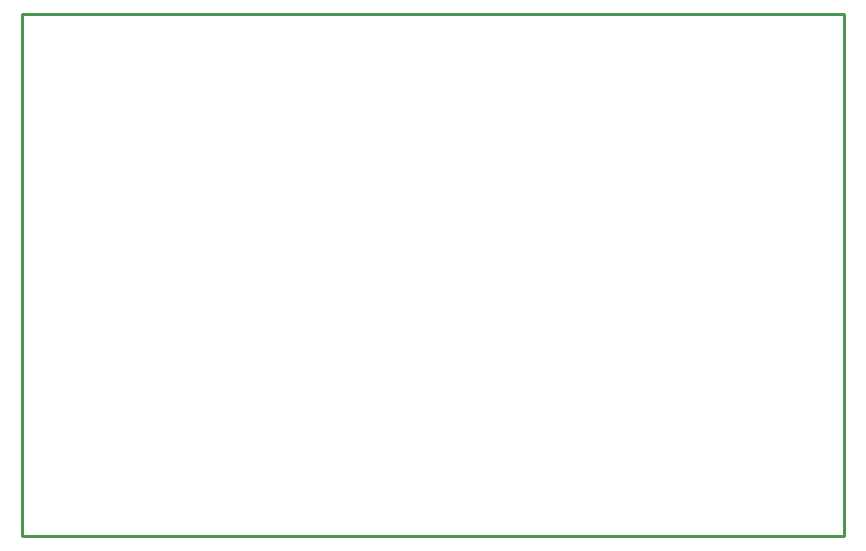
<source format=gbr>
G04 #@! TF.GenerationSoftware,KiCad,Pcbnew,5.1.0-rc2-unknown-036be7d~80~ubuntu16.04.1*
G04 #@! TF.CreationDate,2023-04-21T13:27:13+03:00*
G04 #@! TF.ProjectId,iMX8MPLUS-SOM_Rev_B,694d5838-4d50-44c5-9553-2d534f4d5f52,A*
G04 #@! TF.SameCoordinates,Original*
G04 #@! TF.FileFunction,Profile,NP*
%FSLAX46Y46*%
G04 Gerber Fmt 4.6, Leading zero omitted, Abs format (unit mm)*
G04 Created by KiCad (PCBNEW 5.1.0-rc2-unknown-036be7d~80~ubuntu16.04.1) date 2023-04-21 13:27:13*
%MOMM*%
%LPD*%
G04 APERTURE LIST*
%ADD10C,0.254000*%
G04 APERTURE END LIST*
D10*
X152908000Y-62992000D02*
X152908000Y-107188000D01*
X83312000Y-62992000D02*
X152908000Y-62992000D01*
X83312000Y-107188000D02*
X83312000Y-62992000D01*
X152908000Y-107188000D02*
X83312000Y-107188000D01*
M02*

</source>
